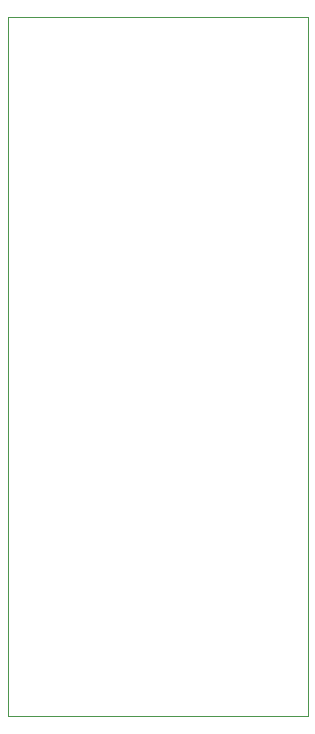
<source format=gbr>
G04 #@! TF.GenerationSoftware,KiCad,Pcbnew,5.1.5+dfsg1-2build2*
G04 #@! TF.CreationDate,2020-09-11T18:15:35+01:00*
G04 #@! TF.ProjectId,lhc_tijolo32_board,6c68635f-7469-46a6-9f6c-6f33325f626f,rev?*
G04 #@! TF.SameCoordinates,Original*
G04 #@! TF.FileFunction,Profile,NP*
%FSLAX46Y46*%
G04 Gerber Fmt 4.6, Leading zero omitted, Abs format (unit mm)*
G04 Created by KiCad (PCBNEW 5.1.5+dfsg1-2build2) date 2020-09-11 18:15:35*
%MOMM*%
%LPD*%
G04 APERTURE LIST*
%ADD10C,0.050000*%
G04 APERTURE END LIST*
D10*
X136144000Y-60452000D02*
X110744000Y-60452000D01*
X136144000Y-119634000D02*
X136144000Y-60452000D01*
X110744000Y-119634000D02*
X136144000Y-119634000D01*
X110744000Y-60452000D02*
X110744000Y-119634000D01*
M02*

</source>
